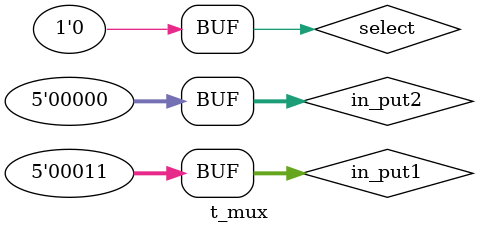
<source format=v>
module reg_mux(out_put,in_put1,in_put2,select);
output [4:0]out_put;
input  [4:0]in_put1,in_put2;
input  select;

assign out_put=select?in_put1:in_put2;

endmodule

module t_mux;
wire   [4:0]out_put;
reg    [4:0]in_put1,in_put2;
reg    select;

mux m(out_put,in_put1,in_put2,select);

initial begin 
in_put1=5'd67;in_put2=5'd0;select=1;
#100 in_put1=5'd67;in_put2=5'd0;select=0;
end 
endmodule

</source>
